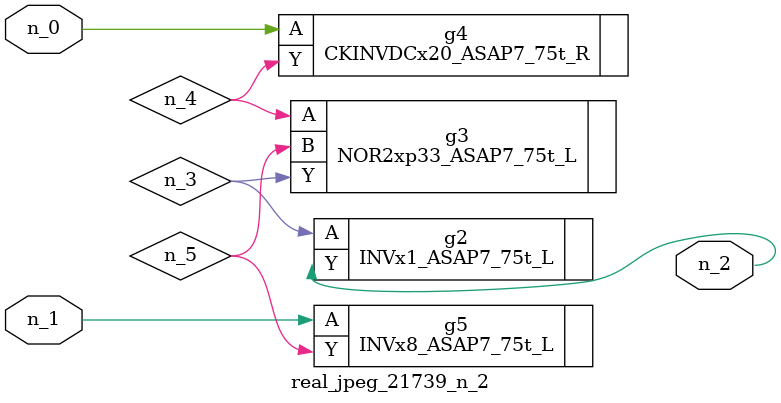
<source format=v>
module real_jpeg_21739_n_2 (n_1, n_0, n_2);

input n_1;
input n_0;

output n_2;

wire n_5;
wire n_4;
wire n_3;

CKINVDCx20_ASAP7_75t_R g4 ( 
.A(n_0),
.Y(n_4)
);

INVx8_ASAP7_75t_L g5 ( 
.A(n_1),
.Y(n_5)
);

INVx1_ASAP7_75t_L g2 ( 
.A(n_3),
.Y(n_2)
);

NOR2xp33_ASAP7_75t_L g3 ( 
.A(n_4),
.B(n_5),
.Y(n_3)
);


endmodule
</source>
